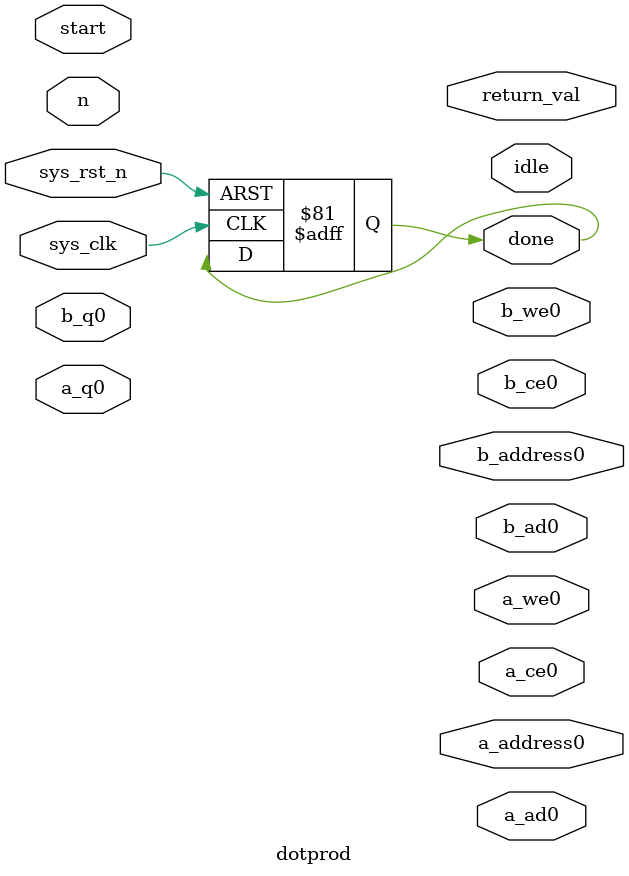
<source format=v>
`timescale 1ns / 1ps
module dotprod (
	input	[31:0] a_q0,
	output	reg [31:0] a_address0,
	output	reg [31:0] a_ad0,
	output	reg a_ce0,
	output	reg a_we0,
	input	[31:0] b_q0,
	output	reg [31:0] b_address0,
	output	reg [31:0] b_ad0,
	output	reg b_ce0,
	output	reg b_we0,
	input	[31:0] n,
	output	[31:0] return_val,
	input	sys_clk,
	input	sys_rst_n,
	input	start,
	output	reg idle,
	output	reg done
);
	
	reg [31:0] reg_i;
	reg [31:0] reg_n;
	reg [31:0] reg_cl;
	reg [31:0] reg_0;
	reg [31:0] reg_1;
	reg [31:0] reg_2;
	reg [3:0] cur_state;
	reg [3:0] last_state;
	reg branch_ready;
	reg [31:0] counter;
	
	parameter state_0 = 4'b1000;
	parameter state_start = 4'b0100;
	parameter state_calc = 4'b0010;
	parameter state_ret = 4'b0001;
	
	wire cond;
	
always @(posedge sys_clk or negedge sys_rst_n) begin
	if (!sys_rst_n) begin
		last_state <= state_0;
		cur_state <= state_0;
		done <= 1'b0;
	end
	else begin
		if (cur_state == state_0 && branch_ready == 1'b1) begin
			last_state <= cur_state;
			cur_state <= state_start;
			branch_ready <= 1'b0;
		end
		else if (cur_state == state_start && branch_ready == 1'b1 && cond == 1'b1) begin
			last_state <= cur_state;
			cur_state <= state_ret;
			branch_ready <= 1'b0;
		end
		else if (cur_state == state_start && branch_ready == 1'b1 && cond == 1'b0) begin
			last_state <= cur_state;
			cur_state <= state_calc;
			branch_ready <= 1'b0;
		end
		else if (cur_state == state_calc && branch_ready == 1'b1) begin
			last_state <= cur_state;
			cur_state <= state_start;
			branch_ready <= 1'b0;
		end
	end
end
	
always @(posedge sys_clk or negedge sys_rst_n) begin
	if (!sys_rst_n) begin
		counter <= 0;
	end
	else begin
		if (cur_state == state_0 && counter == 1) begin
			counter <= 0;
		end
		else if (cur_state == state_start && counter == 3) begin
			counter <= 0;
		end
		else if (cur_state == state_calc && counter == 10) begin
			counter <= 0;
		end
		else if (cur_state == state_ret && counter == 1) begin
			counter <= 0;
		end
		else counter <= counter + 1;
	end
end
	
always @(counter) begin

case (cur_state)
endcase

end
	
endmodule
	

</source>
